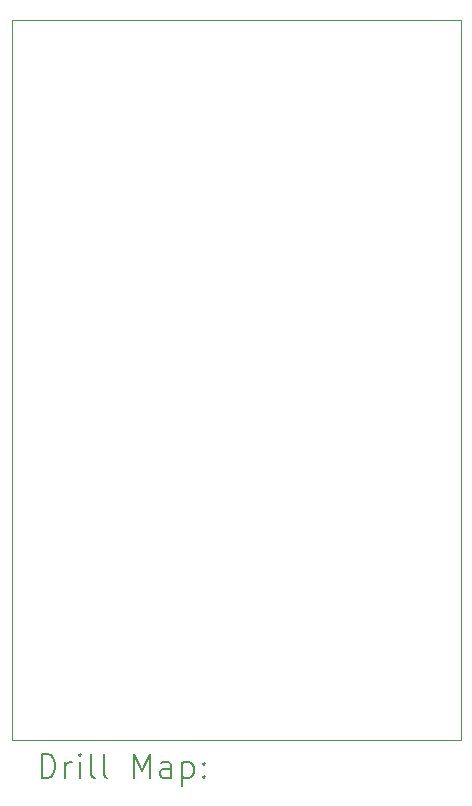
<source format=gbr>
%FSLAX45Y45*%
G04 Gerber Fmt 4.5, Leading zero omitted, Abs format (unit mm)*
G04 Created by KiCad (PCBNEW (6.0.5)) date 2024-01-21 10:02:14*
%MOMM*%
%LPD*%
G01*
G04 APERTURE LIST*
%TA.AperFunction,Profile*%
%ADD10C,0.100000*%
%TD*%
%ADD11C,0.200000*%
G04 APERTURE END LIST*
D10*
X13200000Y-6900000D02*
X17000000Y-6900000D01*
X17000000Y-6900000D02*
X17000000Y-13000000D01*
X17000000Y-13000000D02*
X13200000Y-13000000D01*
X13200000Y-13000000D02*
X13200000Y-6900000D01*
D11*
X13452619Y-13315476D02*
X13452619Y-13115476D01*
X13500238Y-13115476D01*
X13528809Y-13125000D01*
X13547857Y-13144048D01*
X13557381Y-13163095D01*
X13566905Y-13201190D01*
X13566905Y-13229762D01*
X13557381Y-13267857D01*
X13547857Y-13286905D01*
X13528809Y-13305952D01*
X13500238Y-13315476D01*
X13452619Y-13315476D01*
X13652619Y-13315476D02*
X13652619Y-13182143D01*
X13652619Y-13220238D02*
X13662143Y-13201190D01*
X13671667Y-13191667D01*
X13690714Y-13182143D01*
X13709762Y-13182143D01*
X13776428Y-13315476D02*
X13776428Y-13182143D01*
X13776428Y-13115476D02*
X13766905Y-13125000D01*
X13776428Y-13134524D01*
X13785952Y-13125000D01*
X13776428Y-13115476D01*
X13776428Y-13134524D01*
X13900238Y-13315476D02*
X13881190Y-13305952D01*
X13871667Y-13286905D01*
X13871667Y-13115476D01*
X14005000Y-13315476D02*
X13985952Y-13305952D01*
X13976428Y-13286905D01*
X13976428Y-13115476D01*
X14233571Y-13315476D02*
X14233571Y-13115476D01*
X14300238Y-13258333D01*
X14366905Y-13115476D01*
X14366905Y-13315476D01*
X14547857Y-13315476D02*
X14547857Y-13210714D01*
X14538333Y-13191667D01*
X14519286Y-13182143D01*
X14481190Y-13182143D01*
X14462143Y-13191667D01*
X14547857Y-13305952D02*
X14528809Y-13315476D01*
X14481190Y-13315476D01*
X14462143Y-13305952D01*
X14452619Y-13286905D01*
X14452619Y-13267857D01*
X14462143Y-13248809D01*
X14481190Y-13239286D01*
X14528809Y-13239286D01*
X14547857Y-13229762D01*
X14643095Y-13182143D02*
X14643095Y-13382143D01*
X14643095Y-13191667D02*
X14662143Y-13182143D01*
X14700238Y-13182143D01*
X14719286Y-13191667D01*
X14728809Y-13201190D01*
X14738333Y-13220238D01*
X14738333Y-13277381D01*
X14728809Y-13296428D01*
X14719286Y-13305952D01*
X14700238Y-13315476D01*
X14662143Y-13315476D01*
X14643095Y-13305952D01*
X14824048Y-13296428D02*
X14833571Y-13305952D01*
X14824048Y-13315476D01*
X14814524Y-13305952D01*
X14824048Y-13296428D01*
X14824048Y-13315476D01*
X14824048Y-13191667D02*
X14833571Y-13201190D01*
X14824048Y-13210714D01*
X14814524Y-13201190D01*
X14824048Y-13191667D01*
X14824048Y-13210714D01*
M02*

</source>
